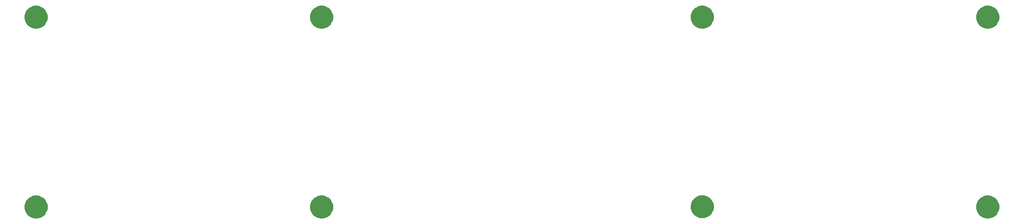
<source format=gbr>
G04 #@! TF.GenerationSoftware,KiCad,Pcbnew,(5.1.2-1)-1*
G04 #@! TF.CreationDate,2020-05-18T19:47:47-05:00*
G04 #@! TF.ProjectId,therick_top_plate,74686572-6963-46b5-9f74-6f705f706c61,rev?*
G04 #@! TF.SameCoordinates,Original*
G04 #@! TF.FileFunction,Soldermask,Bot*
G04 #@! TF.FilePolarity,Negative*
%FSLAX46Y46*%
G04 Gerber Fmt 4.6, Leading zero omitted, Abs format (unit mm)*
G04 Created by KiCad (PCBNEW (5.1.2-1)-1) date 2020-05-18 19:47:47*
%MOMM*%
%LPD*%
G04 APERTURE LIST*
%ADD10C,0.100000*%
G04 APERTURE END LIST*
D10*
G36*
X256036403Y-89818213D02*
G01*
X256258677Y-89862426D01*
X256677432Y-90035880D01*
X257054302Y-90287696D01*
X257374804Y-90608198D01*
X257626620Y-90985068D01*
X257800074Y-91403823D01*
X257800074Y-91403824D01*
X257880922Y-91810271D01*
X257888500Y-91848371D01*
X257888500Y-92301629D01*
X257800074Y-92746177D01*
X257626620Y-93164932D01*
X257374804Y-93541802D01*
X257054302Y-93862304D01*
X256677432Y-94114120D01*
X256258677Y-94287574D01*
X256036403Y-94331787D01*
X255814130Y-94376000D01*
X255360870Y-94376000D01*
X255138597Y-94331787D01*
X254916323Y-94287574D01*
X254497568Y-94114120D01*
X254120698Y-93862304D01*
X253800196Y-93541802D01*
X253548380Y-93164932D01*
X253374926Y-92746177D01*
X253286500Y-92301629D01*
X253286500Y-91848371D01*
X253294079Y-91810271D01*
X253374926Y-91403824D01*
X253374926Y-91403823D01*
X253548380Y-90985068D01*
X253800196Y-90608198D01*
X254120698Y-90287696D01*
X254497568Y-90035880D01*
X254916323Y-89862426D01*
X255138597Y-89818213D01*
X255360870Y-89774000D01*
X255814130Y-89774000D01*
X256036403Y-89818213D01*
X256036403Y-89818213D01*
G37*
G36*
X122686403Y-89818213D02*
G01*
X122908677Y-89862426D01*
X123327432Y-90035880D01*
X123704302Y-90287696D01*
X124024804Y-90608198D01*
X124276620Y-90985068D01*
X124450074Y-91403823D01*
X124450074Y-91403824D01*
X124530922Y-91810271D01*
X124538500Y-91848371D01*
X124538500Y-92301629D01*
X124450074Y-92746177D01*
X124276620Y-93164932D01*
X124024804Y-93541802D01*
X123704302Y-93862304D01*
X123327432Y-94114120D01*
X122908677Y-94287574D01*
X122686403Y-94331787D01*
X122464130Y-94376000D01*
X122010870Y-94376000D01*
X121788597Y-94331787D01*
X121566323Y-94287574D01*
X121147568Y-94114120D01*
X120770698Y-93862304D01*
X120450196Y-93541802D01*
X120198380Y-93164932D01*
X120024926Y-92746177D01*
X119936500Y-92301629D01*
X119936500Y-91848371D01*
X119944079Y-91810271D01*
X120024926Y-91403824D01*
X120024926Y-91403823D01*
X120198380Y-90985068D01*
X120450196Y-90608198D01*
X120770698Y-90287696D01*
X121147568Y-90035880D01*
X121566323Y-89862426D01*
X121788597Y-89818213D01*
X122010870Y-89774000D01*
X122464130Y-89774000D01*
X122686403Y-89818213D01*
X122686403Y-89818213D01*
G37*
G36*
X65536403Y-89818213D02*
G01*
X65758677Y-89862426D01*
X66177432Y-90035880D01*
X66554302Y-90287696D01*
X66874804Y-90608198D01*
X67126620Y-90985068D01*
X67300074Y-91403823D01*
X67300074Y-91403824D01*
X67380922Y-91810271D01*
X67388500Y-91848371D01*
X67388500Y-92301629D01*
X67300074Y-92746177D01*
X67126620Y-93164932D01*
X66874804Y-93541802D01*
X66554302Y-93862304D01*
X66177432Y-94114120D01*
X65758677Y-94287574D01*
X65536403Y-94331787D01*
X65314130Y-94376000D01*
X64860870Y-94376000D01*
X64638597Y-94331787D01*
X64416323Y-94287574D01*
X63997568Y-94114120D01*
X63620698Y-93862304D01*
X63300196Y-93541802D01*
X63048380Y-93164932D01*
X62874926Y-92746177D01*
X62786500Y-92301629D01*
X62786500Y-91848371D01*
X62794079Y-91810271D01*
X62874926Y-91403824D01*
X62874926Y-91403823D01*
X63048380Y-90985068D01*
X63300196Y-90608198D01*
X63620698Y-90287696D01*
X63997568Y-90035880D01*
X64416323Y-89862426D01*
X64638597Y-89818213D01*
X64860870Y-89774000D01*
X65314130Y-89774000D01*
X65536403Y-89818213D01*
X65536403Y-89818213D01*
G37*
G36*
X198855671Y-89774000D02*
G01*
X199108677Y-89824326D01*
X199527432Y-89997780D01*
X199904302Y-90249596D01*
X200224804Y-90570098D01*
X200476620Y-90946968D01*
X200650074Y-91365723D01*
X200657653Y-91403824D01*
X200738500Y-91810270D01*
X200738500Y-92263530D01*
X200730921Y-92301630D01*
X200650074Y-92708077D01*
X200476620Y-93126832D01*
X200224804Y-93503702D01*
X199904302Y-93824204D01*
X199527432Y-94076020D01*
X199108677Y-94249474D01*
X198917135Y-94287574D01*
X198664130Y-94337900D01*
X198210870Y-94337900D01*
X197957865Y-94287574D01*
X197766323Y-94249474D01*
X197347568Y-94076020D01*
X196970698Y-93824204D01*
X196650196Y-93503702D01*
X196398380Y-93126832D01*
X196224926Y-92708077D01*
X196144079Y-92301630D01*
X196136500Y-92263530D01*
X196136500Y-91810270D01*
X196217347Y-91403824D01*
X196224926Y-91365723D01*
X196398380Y-90946968D01*
X196650196Y-90570098D01*
X196970698Y-90249596D01*
X197347568Y-89997780D01*
X197766323Y-89824326D01*
X198019329Y-89774000D01*
X198210870Y-89735900D01*
X198664130Y-89735900D01*
X198855671Y-89774000D01*
X198855671Y-89774000D01*
G37*
G36*
X256036403Y-51718213D02*
G01*
X256258677Y-51762426D01*
X256677432Y-51935880D01*
X257054302Y-52187696D01*
X257374804Y-52508198D01*
X257626620Y-52885068D01*
X257800074Y-53303823D01*
X257888500Y-53748371D01*
X257888500Y-54201629D01*
X257800074Y-54646177D01*
X257626620Y-55064932D01*
X257374804Y-55441802D01*
X257054302Y-55762304D01*
X256677432Y-56014120D01*
X256258677Y-56187574D01*
X256036403Y-56231787D01*
X255814130Y-56276000D01*
X255360870Y-56276000D01*
X255138597Y-56231787D01*
X254916323Y-56187574D01*
X254497568Y-56014120D01*
X254120698Y-55762304D01*
X253800196Y-55441802D01*
X253548380Y-55064932D01*
X253374926Y-54646177D01*
X253286500Y-54201629D01*
X253286500Y-53748371D01*
X253374926Y-53303823D01*
X253548380Y-52885068D01*
X253800196Y-52508198D01*
X254120698Y-52187696D01*
X254497568Y-51935880D01*
X254916323Y-51762426D01*
X255138597Y-51718213D01*
X255360870Y-51674000D01*
X255814130Y-51674000D01*
X256036403Y-51718213D01*
X256036403Y-51718213D01*
G37*
G36*
X198886403Y-51718213D02*
G01*
X199108677Y-51762426D01*
X199527432Y-51935880D01*
X199904302Y-52187696D01*
X200224804Y-52508198D01*
X200476620Y-52885068D01*
X200650074Y-53303823D01*
X200738500Y-53748371D01*
X200738500Y-54201629D01*
X200650074Y-54646177D01*
X200476620Y-55064932D01*
X200224804Y-55441802D01*
X199904302Y-55762304D01*
X199527432Y-56014120D01*
X199108677Y-56187574D01*
X198886403Y-56231787D01*
X198664130Y-56276000D01*
X198210870Y-56276000D01*
X197988597Y-56231787D01*
X197766323Y-56187574D01*
X197347568Y-56014120D01*
X196970698Y-55762304D01*
X196650196Y-55441802D01*
X196398380Y-55064932D01*
X196224926Y-54646177D01*
X196136500Y-54201629D01*
X196136500Y-53748371D01*
X196224926Y-53303823D01*
X196398380Y-52885068D01*
X196650196Y-52508198D01*
X196970698Y-52187696D01*
X197347568Y-51935880D01*
X197766323Y-51762426D01*
X197988597Y-51718213D01*
X198210870Y-51674000D01*
X198664130Y-51674000D01*
X198886403Y-51718213D01*
X198886403Y-51718213D01*
G37*
G36*
X122686403Y-51718213D02*
G01*
X122908677Y-51762426D01*
X123327432Y-51935880D01*
X123704302Y-52187696D01*
X124024804Y-52508198D01*
X124276620Y-52885068D01*
X124450074Y-53303823D01*
X124538500Y-53748371D01*
X124538500Y-54201629D01*
X124450074Y-54646177D01*
X124276620Y-55064932D01*
X124024804Y-55441802D01*
X123704302Y-55762304D01*
X123327432Y-56014120D01*
X122908677Y-56187574D01*
X122686403Y-56231787D01*
X122464130Y-56276000D01*
X122010870Y-56276000D01*
X121788597Y-56231787D01*
X121566323Y-56187574D01*
X121147568Y-56014120D01*
X120770698Y-55762304D01*
X120450196Y-55441802D01*
X120198380Y-55064932D01*
X120024926Y-54646177D01*
X119936500Y-54201629D01*
X119936500Y-53748371D01*
X120024926Y-53303823D01*
X120198380Y-52885068D01*
X120450196Y-52508198D01*
X120770698Y-52187696D01*
X121147568Y-51935880D01*
X121566323Y-51762426D01*
X121788597Y-51718213D01*
X122010870Y-51674000D01*
X122464130Y-51674000D01*
X122686403Y-51718213D01*
X122686403Y-51718213D01*
G37*
G36*
X65536403Y-51718213D02*
G01*
X65758677Y-51762426D01*
X66177432Y-51935880D01*
X66554302Y-52187696D01*
X66874804Y-52508198D01*
X67126620Y-52885068D01*
X67300074Y-53303823D01*
X67388500Y-53748371D01*
X67388500Y-54201629D01*
X67300074Y-54646177D01*
X67126620Y-55064932D01*
X66874804Y-55441802D01*
X66554302Y-55762304D01*
X66177432Y-56014120D01*
X65758677Y-56187574D01*
X65536403Y-56231787D01*
X65314130Y-56276000D01*
X64860870Y-56276000D01*
X64638597Y-56231787D01*
X64416323Y-56187574D01*
X63997568Y-56014120D01*
X63620698Y-55762304D01*
X63300196Y-55441802D01*
X63048380Y-55064932D01*
X62874926Y-54646177D01*
X62786500Y-54201629D01*
X62786500Y-53748371D01*
X62874926Y-53303823D01*
X63048380Y-52885068D01*
X63300196Y-52508198D01*
X63620698Y-52187696D01*
X63997568Y-51935880D01*
X64416323Y-51762426D01*
X64638597Y-51718213D01*
X64860870Y-51674000D01*
X65314130Y-51674000D01*
X65536403Y-51718213D01*
X65536403Y-51718213D01*
G37*
M02*

</source>
